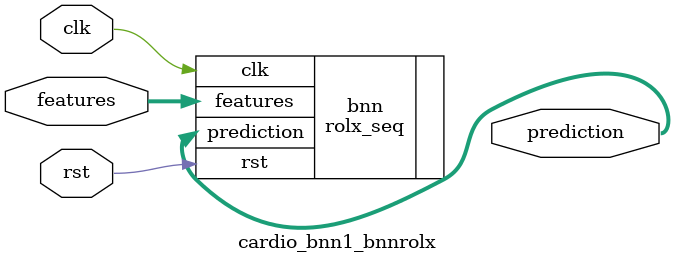
<source format=v>













module cardio_bnn1_bnnrolx #(

parameter FEAT_CNT = 19,
parameter HIDDEN_CNT = 40,
parameter FEAT_BITS = 4,
parameter CLASS_CNT = 3,
parameter TEST_CNT = 1000


  ) (
  input clk,
  input rst,
  input [FEAT_CNT*FEAT_BITS-1:0] features,
  output [$clog2(CLASS_CNT)-1:0] prediction
  );

  localparam Weights0 = 760'b0000011011111100100011101010010000101011000001110111011001000001001000110000111101101000110100100011001000110001010010010100000010100011010111011011101110101010101110011100110100000011000000001011000010110101111110000101100111100000111010111101011100000011110111010000010010010110100011110010111010100010011000001100011000110011100010000001000111001010111001010110100000001000000110000111000100001010011111100000111010111000011011010101001110100100001011101110010000010010101000111101011000101100000000011011101000010000000110011110101001111111001000110000000101001000011000101001101010101011101101011010101100110010001111011001000101101100110001101001000010001110101101101101101110101100101111000110001001010100100101000101011100100101010100111101000110101011 ;
  localparam Weights1 = 120'b101010000001111100000011001000100011100111001011000110110011011101101001101001110100101100111001001101110110000110110011 ;

  rolx_seq #(.FEAT_CNT(FEAT_CNT),.FEAT_BITS(FEAT_BITS),.HIDDEN_CNT(HIDDEN_CNT),.CLASS_CNT(CLASS_CNT),.Weights0(Weights0),.Weights1(Weights1)) bnn (
    .clk(clk),
    .rst(rst),
    .features(features),
    .prediction(prediction)
  );

endmodule

</source>
